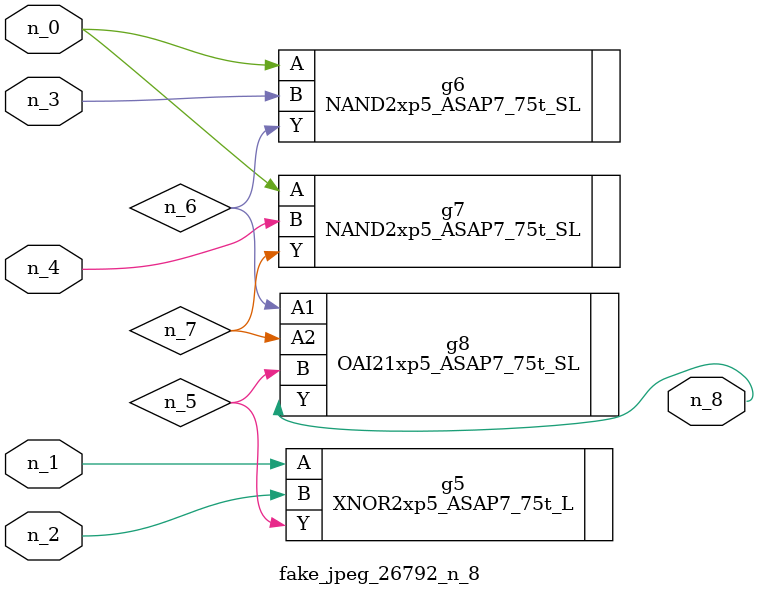
<source format=v>
module fake_jpeg_26792_n_8 (n_3, n_2, n_1, n_0, n_4, n_8);

input n_3;
input n_2;
input n_1;
input n_0;
input n_4;

output n_8;

wire n_6;
wire n_5;
wire n_7;

XNOR2xp5_ASAP7_75t_L g5 ( 
.A(n_1),
.B(n_2),
.Y(n_5)
);

NAND2xp5_ASAP7_75t_SL g6 ( 
.A(n_0),
.B(n_3),
.Y(n_6)
);

NAND2xp5_ASAP7_75t_SL g7 ( 
.A(n_0),
.B(n_4),
.Y(n_7)
);

OAI21xp5_ASAP7_75t_SL g8 ( 
.A1(n_6),
.A2(n_7),
.B(n_5),
.Y(n_8)
);


endmodule
</source>
